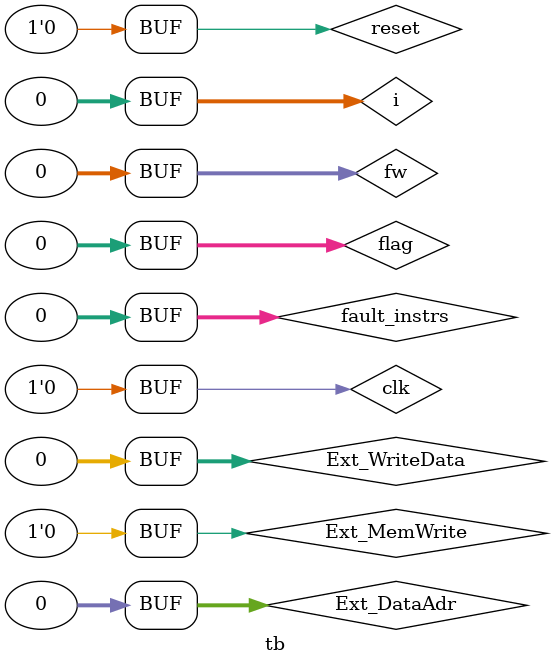
<source format=v>
`timescale 1ns / 1ps

module tb;

// registers to send data
reg clk;
reg reset;
reg Ext_MemWrite;
reg [31:0] Ext_WriteData, Ext_DataAdr;

// Wire Ouputs from Instantiated Modules
wire [31:0] WriteData, DataAdr, ReadData, Instr, InstrD, PC, PCD, PCE, PCM, SrcAE, SrcBE;
wire MemWrite;
wire [31:0] PCW, Result, DataAdrW, WriteDataW, ALUResultE, ALUResultM;
wire [ 3:0] ALUControlE;
wire unsign, correct;
wire [31:0] lAuiPCE, lAuiPCW, ImmExtE;
wire luiE;
wire [4:0] Rs1D, Rs2D, Rs1E, Rs2E, RdE, RdM, RdW; 
wire       PCSrc, RegWriteM, RegWriteW, StallF, StallD, FlushD, FlushE;
wire [1:0] ForwardAE, ForwardBE;
wire [1:0] ResultSrcE;
wire [2:0] funct3;
// Initialize Top Module
pl_riscv_cpu uut (clk, reset, correct, Instr);

integer fault_instrs = 0, i = 0, fw = 0, flag = 0;

// Test the RISC-V processor:

localparam ADDI_x0  =   32'h8;
localparam ADDI     =   32'h10;
localparam SLLI     =   32'h14;
localparam SLTI     =   32'h18;
localparam SLTIU    =   32'h1C;
localparam XORI     =   32'h20;
localparam SRLI     =   32'h24;
localparam SRAI     =   32'h28;
localparam ORI      =   32'h2C;
localparam ANDI     =   32'h30;

localparam ADD      =   32'h34;
localparam SUB      =   32'h38;
localparam SLL      =   32'h3C;
localparam SLT      =   32'h40;
localparam SLTU     =   32'h44;
localparam XOR      =   32'h48;
localparam SRL      =   32'h4C;
localparam SRA      =   32'h50;
localparam OR       =   32'h54;
localparam AND      =   32'h58;

localparam LUI      =   32'h5C;
localparam AUIPC    =   32'h60;

localparam SB       =   32'h64;
localparam SH       =   32'h68;
localparam SW       =   32'h6C;

localparam LB       =   32'h70;
localparam LH       =   32'h74;
localparam LW       =   32'h78;
localparam LBU      =   32'h7C;
localparam LHU      =   32'h80;

localparam BLT_IN   =   32'h90;
localparam BLT_OUT  =   32'h9C;

localparam BGE_IN   =   32'hAC;
localparam BGE_OUT  =   32'hB8;

localparam BLTU_IN  =   32'hC8;
localparam BLTU_OUT =   32'hD4;

localparam BGEU_IN  =   32'hE4;
localparam BGEU_OUT =   32'hF0;

localparam BNE_IN   =   32'h100;
localparam BNE_OUT  =   32'h10C;

localparam BEQ_IN   =   32'h11C;
localparam BEQ_OUT  =   32'h128;

localparam JALR     =   32'h134;
localparam JAL      =   32'h138;

// generate clock to sequence tests
always begin
    clk <= 1; # 5; clk <= 0; # 5;
end

// check results of simple RISC-V CPU (from asm_programs/rv32i_test.s) r32i_test.hex
// performing standard instructions
initial begin
    reset = 1;
    Ext_MemWrite = 0; Ext_DataAdr = 32'b0; Ext_WriteData = 32'b0; #10;
    reset = 0;
end

always @(negedge clk) begin
//    case(PCW)
//        ADDI_x0 : begin
//            i = i + 1'b1;
//            if(Result === -3)  $display("1. addi implementation is correct for x0 ");
//            else begin
//                $display("1. addi implementation for x0 is incorrect");
//                fault_instrs = fault_instrs + 1'b1;
//            end
//        end

//        ADDI    : begin
//            i = i + 1'b1;
//            if(Result === 9) $display("2. addi implementation is correct ");
//            else begin
//                $display("2. addi implementation is incorrect");
//                fault_instrs = fault_instrs + 1'b1;
//            end
//        end

//        SLLI    : begin
//            i = i + 1'b1;
//            if(Result === 64) $display("3. slli implementation is correct ");
//            else begin
//                $display("3. slli implementation is incorrect");
//                fault_instrs = fault_instrs + 1'b1;
//            end
//        end

//        SLTI    : begin
//            i = i + 1'b1;
//            if(Result === 0) $display("4. slti implementation is correct ");
//            else begin
//                $display("4. slti implementation is incorrect");
//                fault_instrs = fault_instrs + 1'b1;
//            end
//        end

//        SLTIU    : begin
//            i = i + 1'b1;
//            if(Result === 1) $display("5. sltiu implementation is correct ");
//            else begin
//                $display("5. sltiu implementation is incorrect");
//                fault_instrs = fault_instrs + 1'b1;
//            end
//        end

//        XORI    : begin
//            i = i + 1'b1;
//            if(Result === 2) $display("6. xori implementation is correct ");
//            else begin
//                $display("6. xori implementation is incorrect");
//                fault_instrs = fault_instrs + 1'b1;
//            end
//        end

//        SRLI    : begin
//            i = i + 1'b1;
//            if(Result === 536870911) $display("7. srli implementation is correct ");
//            else begin
//                $display("7. srli implementation is incorrect");
//                fault_instrs = fault_instrs + 1'b1;
//            end
//        end

//        SRAI    : begin
//            i = i + 1'b1;
//            if(Result === -1) $display("8. srai implementation is correct ");
//            else begin
//                $display("8. srai implementation is incorrect");
//                fault_instrs = fault_instrs + 1'b1;
//            end
//        end

//        ORI    : begin
//            i = i + 1'b1;
//            if(Result === -1) $display("9. ori implementation is correct ");
//            else begin
//                $display("9. ori implementation is incorrect");
//                fault_instrs = fault_instrs + 1'b1;
//            end
//        end

//        ANDI    : begin
//            i = i + 1'b1;
//            if(Result === 1) $display("10. andi implementation is correct");
//            else begin
//                $display("10. andi implementation is incorrect");
//                fault_instrs = fault_instrs + 1'b1;
//            end
//        end

//        ADD    : begin
//            i = i + 1'b1;
//            if(Result === 17) $display("11. add implementation is correct ");
//            else begin
//                $display("11. add implementation is incorrect");
//                fault_instrs = fault_instrs + 1'b1;
//            end
//        end

//        SUB    : begin
//            i = i + 1'b1;
//            if(Result === 15) $display("12. sub implementation is correct ");
//            else begin
//                $display("12. sub implementation is incorrect");
//                fault_instrs = fault_instrs + 1'b1;
//            end
//        end


//        SLL    : begin
//            i = i + 1'b1;
//            if(Result === 32) $display("13. sll implementation is correct ");
//            else begin
//                $display("13. sll implementation is incorrect");
//                fault_instrs = fault_instrs + 1'b1;
//            end
//        end

//        SLT    : begin
//            i = i + 1'b1;
//            if(Result === 0) $display("14. slt implementation is correct ");
//            else begin
//                $display("14. slt implementation is incorrect");
//                fault_instrs = fault_instrs + 1'b1;
//            end
//        end

//        SLTU    : begin
//            i = i + 1'b1;
//            if(Result === 1) $display("15. sltu implementation is correct ");
//            else begin
//                $display("15. sltu implementation is incorrect");
//                fault_instrs = fault_instrs + 1'b1;
//            end
//        end

//        XOR    : begin
//            i = i + 1'b1;
//            if(Result === 17) $display("16. xor implementation is correct ");
//            else begin
//                $display("16. xor implementation is incorrect");
//            end
//        end

//        SRL    : begin
//            i = i + 1'b1;
//            if(Result === 8) $display("17. srl implementation is correct ");
//            else begin
//                $display("17. srl implementation is incorrect");
//                fault_instrs = fault_instrs + 1'b1;
//            end
//        end

//        SRA    : begin
//            i = i + 1'b1;
//            if(Result === 8) $display("18. sra implementation is correct ");
//            else begin
//                $display("18. sra implementation is incorrect");
//                fault_instrs = fault_instrs + 1'b1;
//            end
//        end

//        OR    : begin
//            i = i + 1'b1;
//            if(Result === 17) $display("19. or implementation is correct ");
//            else begin
//                $display("19. or implementation is incorrect");
//                fault_instrs = fault_instrs + 1'b1;
//            end
//        end

//        AND    : begin
//            i = i + 1'b1;
//            if(Result === 0) $display("20. and implementation is correct ");
//            else begin
//                $display("20. and implementation is incorrect");
//                fault_instrs = fault_instrs + 1'b1;
//            end
//        end

//        LUI    : begin
//            i = i + 1'b1;
//            if(Result === 32'h02000000) $display("21. lui implementation is correct ");
//            else begin
//                $display("21. lui implementation is incorrect");
//                fault_instrs = fault_instrs + 1'b1;
//            end
//        end

//        AUIPC    : begin
//            i = i + 1'b1;
//            if(Result === 32'h02000060) $display("22. auipc implementation is correct ");
//            else begin
//                $display("22. auipc implementation is incorrect");
//                fault_instrs = fault_instrs + 1'b1;
//            end
//        end


//        SB      : begin
//            i = i + 1'b1;
//            if(MemWrite && !reset) begin
//                if(Result === 33 & WriteDataW === 1) $display ("23. sb implementation is correct");
//                else begin
//                    $display("23. sb implementation is incorrect");
//                    fault_instrs = fault_instrs + 1'b1;
//                end
//            end
//        end


//        SH      : begin
//            i = i + 1'b1;
//            if(MemWrite && !reset) begin
//                if(Result === 38 & WriteDataW === -3) $display ("24. sh implementation is correct");
//                else begin
//                    $display("24. sh implementation is incorrect");
//                    fault_instrs = fault_instrs + 1'b1;
//                end
//            end
//        end


//        SW      : begin
//            i = i + 1'b1;
//            if(Result === 40 & WriteDataW === 16) $display ("25. sw implementation is correct");
//            else begin
//                $display("25. sw implementation is incorrect");
//                fault_instrs = fault_instrs + 1'b1;
//            end
//        end

//        LB      : begin
//            i = i + 1'b1;
//            if(DataAdrW === 33 & Result === 1 ) $display ("26. lb implementation is correct");
//            else begin
//                $display("26. lb implementation is incorrect");
//                fault_instrs = fault_instrs + 1'b1;
//            end
//        end

//        LH      : begin
//            i = i + 1'b1;
//            if(DataAdrW === 38 & Result === -3 ) $display ("27. lh implementation is correct");
//            else begin
//                $display("27. lh implementation is incorrect");
//                fault_instrs = fault_instrs + 1'b1;
//            end
//        end

//        LW      : begin
//            i = i + 1'b1;
//            if(DataAdrW === 40 & Result === 16) $display ("28. lw implementation is correct");
//            else begin
//                $display("28. lw implementation is incorrect");
//                fault_instrs = fault_instrs + 1'b1;
//            end
//        end

//        LBU      : begin
//            i = i + 1'b1;
//            if(DataAdrW === 33 & Result === 1) $display ("29. lbu implementation is correct");
//            else begin
//                $display("29. lbu implementation is incorrect");
//                fault_instrs = fault_instrs + 1'b1;
//            end
//        end

//        LHU     : begin
//            i = i + 1'b1;
//            if(DataAdrW === 38 & Result === 32'h0000FFFD) $display ("30. lhu implementation is correct");
//            else begin
//                $display("30. lhu implementation is incorrect");
//                fault_instrs = fault_instrs + 1'b1;
//            end
//        end

//        BLT_IN : begin
//            if(Result <= 32'hA) $display("31. blt is executing");
//            else begin
//                $display("blt struck in loop");
//                flag = 1;
//                $stop;
//            end
//        end

//        BLT_OUT : begin
//            i = i + 1'b1;
//            if(Result === 5) $display("31. blt implementation is correct ");
//            else begin
//                $display("31. blt implementation is incorrect");
//                fault_instrs = fault_instrs + 1'b1;
//            end
//        end

//        BGE_IN : begin
//            if(Result <= 32'hB) $display("32. bge is executing");
//            else begin
//                $display("bge struck in loop");
//                flag = 1;
//                $stop;
//            end
//        end

//        BGE_OUT : begin
//            i = i + 1'b1;
//            if(Result === -6) $display("32. bge implementation is correct");
//            else begin
//                $display("32. bge implementation is incorrect");
//                fault_instrs = fault_instrs + 1'b1;
//            end
//        end

//        BLTU_IN : begin
//            if(Result <= 4) $display("33. bltu is executing");
//            else begin
//                $display("bltu struck in loop");
//                flag = 1;
//                $stop;
//            end
//        end

//        BLTU_OUT : begin
//            i = i + 1'b1;
//            if(Result === 5) $display("33. bltu implementation is correct ");
//            else begin
//                $display("33. bltu implementation is incorrect");
//                fault_instrs = fault_instrs + 1'b1;
//            end
//        end

//        BGEU_IN : begin
//            if(Result <= 5) $display("34. bgeu is executing");
//            else begin
//                $display("bgeu struck in loop");
//                flag = 1;
//                $stop;
//            end
//        end

//        BGEU_OUT : begin
//            i = i + 1'b1;
//            if(Result === 0) $display("34. bgeu implementation is correct ");
//            else begin
//                $display("34. bgeu implementation is incorrect");
//                fault_instrs = fault_instrs + 1'b1;
//            end
//        end

//        BNE_IN : begin
//            if(Result <= 5) $display("35. bne is executing");
//            else begin
//                $display("bne struck in loop");
//                flag = 1;
//                $stop;
//            end
//        end

//        BNE_OUT : begin
//            i = i + 1'b1;
//            if(Result === 5) $display("35. bne implementation is correct ");
//            else begin
//                $display("35. bne implementation is incorrect");
//                fault_instrs = fault_instrs + 1'b1;
//            end
//        end

//        BEQ_IN : begin
//            if(Result <=2) $display("36. beq is executing");
//            else begin
//                $display("beq struck in loop");
//                $stop;
//            end
//        end

//        BEQ_OUT : begin
//            i = i + 1'b1;
//            if(Result === 4) $display("36. beq implementation is correct ");
//            else begin
//                $display("36. beq implementation is incorrect");
//                fault_instrs = fault_instrs + 1'b1;
//            end
//        end

//        JALR     : begin
//            i = i + 1'b1;
//            if (Result === 32'h130) $display("37. jalr implementation is correct ");
//            else begin
//                $display("37. jalr implementation is incorrect");
//                fault_instrs = fault_instrs + 1'b1;
//            end
//        end

//        JAL     : begin
//            i = i + 1'b1;
//            if (Result === 32'h13C ) $display("38. jal implementation is correct ");
//            else begin
//                $display("38. jal implementation is incorrect");
//            end
//        end

//    endcase
end

always @(negedge clk) begin
//    if (i >= 38 || flag == 1) begin
//        $display("Faulty Instructions => %d", fault_instrs);
//        if (fault_instrs !== 0) begin
//            fw = $fopen("results.txt","w");
//            $fdisplay(fw, "%02h","Errors");
//            $display("Error(s) encountered, please check your design!");
//            $fclose(fw);
//        end
//        else begin
//            fw = $fopen("results.txt","w");
//            $fdisplay(fw, "%02h","No Errors");
//            $display("No errors encountered, congratulations!");
//            $fclose(fw);
//        end
//    $stop;
//    end
end

always @(negedge clk) begin
//    #3000;
//    $display("Worst Case simulation time reached, Problem with the design :(");
//    $stop;
end

endmodule

</source>
